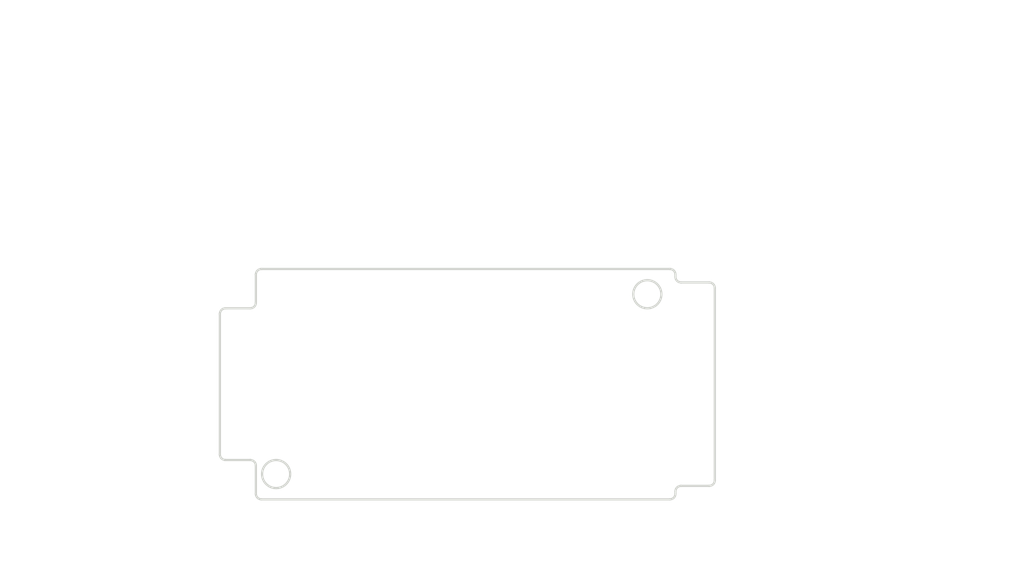
<source format=kicad_pcb>
(kicad_pcb (version 20171130) (host pcbnew "(5.1.0)-1")

  (general
    (thickness 1.6)
    (drawings 86)
    (tracks 0)
    (zones 0)
    (modules 0)
    (nets 1)
  )

  (page A4)
  (layers
    (0 F.Cu signal)
    (31 B.Cu signal)
    (32 B.Adhes user)
    (33 F.Adhes user)
    (34 B.Paste user)
    (35 F.Paste user)
    (36 B.SilkS user)
    (37 F.SilkS user)
    (38 B.Mask user)
    (39 F.Mask user)
    (40 Dwgs.User user)
    (41 Cmts.User user)
    (42 Eco1.User user)
    (43 Eco2.User user)
    (44 Edge.Cuts user)
    (45 Margin user)
    (46 B.CrtYd user)
    (47 F.CrtYd user)
    (48 B.Fab user)
    (49 F.Fab user)
  )

  (setup
    (last_trace_width 0.25)
    (trace_clearance 0.2)
    (zone_clearance 0.508)
    (zone_45_only no)
    (trace_min 0.2)
    (via_size 0.8)
    (via_drill 0.4)
    (via_min_size 0.4)
    (via_min_drill 0.3)
    (uvia_size 0.3)
    (uvia_drill 0.1)
    (uvias_allowed no)
    (uvia_min_size 0.2)
    (uvia_min_drill 0.1)
    (edge_width 0.05)
    (segment_width 0.2)
    (pcb_text_width 0.3)
    (pcb_text_size 1.5 1.5)
    (mod_edge_width 0.12)
    (mod_text_size 1 1)
    (mod_text_width 0.15)
    (pad_size 1.524 1.524)
    (pad_drill 0.762)
    (pad_to_mask_clearance 0.051)
    (solder_mask_min_width 0.25)
    (aux_axis_origin 0 0)
    (visible_elements FFFFFF7F)
    (pcbplotparams
      (layerselection 0x010fc_ffffffff)
      (usegerberextensions false)
      (usegerberattributes false)
      (usegerberadvancedattributes false)
      (creategerberjobfile false)
      (excludeedgelayer true)
      (linewidth 0.152400)
      (plotframeref false)
      (viasonmask false)
      (mode 1)
      (useauxorigin false)
      (hpglpennumber 1)
      (hpglpenspeed 20)
      (hpglpendiameter 15.000000)
      (psnegative false)
      (psa4output false)
      (plotreference true)
      (plotvalue true)
      (plotinvisibletext false)
      (padsonsilk false)
      (subtractmaskfromsilk false)
      (outputformat 1)
      (mirror false)
      (drillshape 1)
      (scaleselection 1)
      (outputdirectory ""))
  )

  (net 0 "")

  (net_class Default "This is the default net class."
    (clearance 0.2)
    (trace_width 0.25)
    (via_dia 0.8)
    (via_drill 0.4)
    (uvia_dia 0.3)
    (uvia_drill 0.1)
  )

  (gr_circle (center 121.790012 108.876606) (end 123.040012 108.876606) (layer Edge.Cuts) (width 0.2))
  (gr_circle (center 154.790012 92.876606) (end 156.040012 92.876606) (layer Edge.Cuts) (width 0.2))
  (gr_line (start 157.290012 91.326606) (end 157.290012 91.126606) (layer Edge.Cuts) (width 0.2))
  (gr_line (start 160.290012 91.826606) (end 157.790012 91.826606) (layer Edge.Cuts) (width 0.2))
  (gr_line (start 157.790012 109.926606) (end 160.290012 109.926606) (layer Edge.Cuts) (width 0.2))
  (gr_line (start 157.290012 110.626606) (end 157.290012 110.426606) (layer Edge.Cuts) (width 0.2))
  (gr_line (start 119.990012 108.126606) (end 119.990012 110.626606) (layer Edge.Cuts) (width 0.2))
  (gr_line (start 117.290012 107.626606) (end 119.490012 107.626606) (layer Edge.Cuts) (width 0.2))
  (gr_line (start 119.490012 94.126606) (end 117.290012 94.126606) (layer Edge.Cuts) (width 0.2))
  (gr_line (start 119.990012 91.126606) (end 119.990012 93.626606) (layer Edge.Cuts) (width 0.2))
  (gr_line (start 160.790012 109.426606) (end 160.790012 92.326606) (layer Edge.Cuts) (width 0.2))
  (gr_line (start 120.490012 111.126606) (end 156.790012 111.126606) (layer Edge.Cuts) (width 0.2))
  (gr_line (start 116.790012 94.626606) (end 116.790012 107.126606) (layer Edge.Cuts) (width 0.2))
  (gr_line (start 156.790012 90.626606) (end 120.490012 90.626606) (layer Edge.Cuts) (width 0.2))
  (gr_arc (start 156.790012 91.126606) (end 157.290012 91.126606) (angle -90) (layer Edge.Cuts) (width 0.2))
  (gr_arc (start 157.790012 91.326606) (end 157.290012 91.326606) (angle -90) (layer Edge.Cuts) (width 0.2))
  (gr_arc (start 160.290012 92.326606) (end 160.790012 92.326606) (angle -90) (layer Edge.Cuts) (width 0.2))
  (gr_arc (start 160.290012 109.426606) (end 160.290012 109.926606) (angle -90) (layer Edge.Cuts) (width 0.2))
  (gr_arc (start 157.790012 110.426606) (end 157.790012 109.926606) (angle -90) (layer Edge.Cuts) (width 0.2))
  (gr_arc (start 156.790012 110.626606) (end 156.790012 111.126606) (angle -90) (layer Edge.Cuts) (width 0.2))
  (gr_arc (start 120.490012 110.626606) (end 119.990012 110.626606) (angle -90) (layer Edge.Cuts) (width 0.2))
  (gr_arc (start 119.490012 108.126606) (end 119.990012 108.126606) (angle -90) (layer Edge.Cuts) (width 0.2))
  (gr_arc (start 117.290012 107.126606) (end 116.790012 107.126606) (angle -90) (layer Edge.Cuts) (width 0.2))
  (gr_arc (start 117.290012 94.626606) (end 117.290012 94.126606) (angle -90) (layer Edge.Cuts) (width 0.2))
  (gr_arc (start 119.490012 93.626606) (end 119.490012 94.126606) (angle -90) (layer Edge.Cuts) (width 0.2))
  (gr_arc (start 120.490012 91.126606) (end 120.490012 90.626606) (angle -90) (layer Edge.Cuts) (width 0.2))
  (gr_text [.13] (at 127.953845 87.138236) (layer Dwgs.User)
    (effects (font (size 1.7 1.53) (thickness 0.2125)))
  )
  (gr_text " 3.20" (at 127.953845 83.580221) (layer Dwgs.User)
    (effects (font (size 1.7 1.53) (thickness 0.2125)))
  )
  (gr_line (start 121.990012 85.248775) (end 124.569636 85.248775) (layer Dwgs.User) (width 0.2))
  (gr_line (start 114.790012 85.248775) (end 112.790012 85.248775) (layer Dwgs.User) (width 0.2))
  (gr_line (start 119.990012 90.126606) (end 119.990012 82.073775) (layer Dwgs.User) (width 0.2))
  (gr_line (start 116.790012 93.626606) (end 116.790012 82.073775) (layer Dwgs.User) (width 0.2))
  (gr_line (start 121.790012 108.966606) (end 121.790012 108.786606) (layer Dwgs.User) (width 0.2))
  (gr_line (start 121.700012 108.876606) (end 121.880012 108.876606) (layer Dwgs.User) (width 0.2))
  (gr_text " ∅2.50\n[∅0.10]" (at 133.395235 115.406097) (layer Dwgs.User)
    (effects (font (size 1.7 1.53) (thickness 0.2125)))
  )
  (gr_line (start 126.858366 115.406097) (end 123.782834 111.443932) (layer Dwgs.User) (width 0.2))
  (gr_line (start 128.858366 115.406097) (end 126.858366 115.406097) (layer Dwgs.User) (width 0.2))
  (gr_text [.09] (at 106.31583 86.233399) (layer Dwgs.User)
    (effects (font (size 1.7 1.53) (thickness 0.2125)))
  )
  (gr_text " 2.25" (at 106.31583 82.675963) (layer Dwgs.User)
    (effects (font (size 1.7 1.53) (thickness 0.2125)))
  )
  (gr_line (start 100.922344 84.343938) (end 102.922344 84.343938) (layer Dwgs.User) (width 0.2))
  (gr_line (start 100.922344 88.626606) (end 100.922344 84.343938) (layer Dwgs.User) (width 0.2))
  (gr_line (start 100.922344 94.876606) (end 100.922344 96.876606) (layer Dwgs.User) (width 0.2))
  (gr_line (start 153.790012 92.876606) (end 97.747344 92.876606) (layer Dwgs.User) (width 0.2))
  (gr_line (start 119.490012 90.626606) (end 97.747344 90.626606) (layer Dwgs.User) (width 0.2))
  (gr_text [.63] (at 101.270194 102.766067) (layer Dwgs.User)
    (effects (font (size 1.7 1.53) (thickness 0.2125)))
  )
  (gr_text " 16.00" (at 101.270194 99.208632) (layer Dwgs.User)
    (effects (font (size 1.7 1.53) (thickness 0.2125)))
  )
  (gr_line (start 101.270194 106.876606) (end 101.270194 104.434041) (layer Dwgs.User) (width 0.2))
  (gr_line (start 101.270194 94.876606) (end 101.270194 97.319171) (layer Dwgs.User) (width 0.2))
  (gr_line (start 120.790012 108.876606) (end 98.095194 108.876606) (layer Dwgs.User) (width 0.2))
  (gr_line (start 153.790012 92.876606) (end 98.095194 92.876606) (layer Dwgs.User) (width 0.2))
  (gr_text [1.50] (at 148.219547 81.680104) (layer Dwgs.User)
    (effects (font (size 1.7 1.53) (thickness 0.2125)))
  )
  (gr_text " 38.00" (at 148.219547 78.122089) (layer Dwgs.User)
    (effects (font (size 1.7 1.53) (thickness 0.2125)))
  )
  (gr_line (start 118.790012 79.790643) (end 144.174935 79.790643) (layer Dwgs.User) (width 0.2))
  (gr_line (start 152.790012 79.790643) (end 152.264158 79.790643) (layer Dwgs.User) (width 0.2))
  (gr_line (start 116.790012 93.626606) (end 116.790012 76.615643) (layer Dwgs.User) (width 0.2))
  (gr_line (start 154.790012 91.876606) (end 154.790012 76.615643) (layer Dwgs.User) (width 0.2))
  (gr_text [.53] (at 111.711283 103.194767) (layer Dwgs.User)
    (effects (font (size 1.7 1.53) (thickness 0.2125)))
  )
  (gr_text " 13.50" (at 111.711283 99.636752) (layer Dwgs.User)
    (effects (font (size 1.7 1.53) (thickness 0.2125)))
  )
  (gr_line (start 111.711283 105.626606) (end 111.711283 104.863321) (layer Dwgs.User) (width 0.2))
  (gr_line (start 111.711283 96.126606) (end 111.711283 97.74729) (layer Dwgs.User) (width 0.2))
  (gr_line (start 116.290012 107.626606) (end 108.536283 107.626606) (layer Dwgs.User) (width 0.2))
  (gr_line (start 116.290012 94.126606) (end 108.536283 94.126606) (layer Dwgs.User) (width 0.2))
  (gr_text [.71] (at 176.563438 99.697622) (layer Dwgs.User)
    (effects (font (size 1.7 1.53) (thickness 0.2125)))
  )
  (gr_text " 18.10" (at 176.563438 96.140187) (layer Dwgs.User)
    (effects (font (size 1.7 1.53) (thickness 0.2125)))
  )
  (gr_line (start 176.563438 107.926606) (end 176.563438 101.365596) (layer Dwgs.User) (width 0.2))
  (gr_line (start 176.563438 93.826606) (end 176.563438 94.250726) (layer Dwgs.User) (width 0.2))
  (gr_line (start 161.290012 109.926606) (end 179.738438 109.926606) (layer Dwgs.User) (width 0.2))
  (gr_line (start 161.290012 91.826606) (end 179.738438 91.826606) (layer Dwgs.User) (width 0.2))
  (gr_text [.81] (at 184.257286 100.266067) (layer Dwgs.User)
    (effects (font (size 1.7 1.53) (thickness 0.2125)))
  )
  (gr_text " 20.50" (at 184.257286 96.708632) (layer Dwgs.User)
    (effects (font (size 1.7 1.53) (thickness 0.2125)))
  )
  (gr_line (start 184.257286 109.126606) (end 184.257286 101.934041) (layer Dwgs.User) (width 0.2))
  (gr_line (start 184.257286 92.626606) (end 184.257286 94.819171) (layer Dwgs.User) (width 0.2))
  (gr_line (start 157.790012 111.126606) (end 187.432286 111.126606) (layer Dwgs.User) (width 0.2))
  (gr_line (start 157.790012 90.626606) (end 187.432286 90.626606) (layer Dwgs.User) (width 0.2))
  (gr_text [1.47] (at 141.748216 76.893146) (layer Dwgs.User)
    (effects (font (size 1.7 1.53) (thickness 0.2125)))
  )
  (gr_text " 37.30" (at 141.748216 73.335131) (layer Dwgs.User)
    (effects (font (size 1.7 1.53) (thickness 0.2125)))
  )
  (gr_line (start 121.990012 75.003685) (end 137.703605 75.003685) (layer Dwgs.User) (width 0.2))
  (gr_line (start 155.290012 75.003685) (end 145.792828 75.003685) (layer Dwgs.User) (width 0.2))
  (gr_line (start 119.990012 90.126606) (end 119.990012 71.828685) (layer Dwgs.User) (width 0.2))
  (gr_line (start 157.290012 90.126606) (end 157.290012 71.828685) (layer Dwgs.User) (width 0.2))
  (gr_text [1.73] (at 150.850199 71.860702) (layer Dwgs.User)
    (effects (font (size 1.7 1.53) (thickness 0.2125)))
  )
  (gr_text " 44.00" (at 150.850199 68.303267) (layer Dwgs.User)
    (effects (font (size 1.7 1.53) (thickness 0.2125)))
  )
  (gr_line (start 118.790012 69.971241) (end 146.805587 69.971241) (layer Dwgs.User) (width 0.2))
  (gr_line (start 158.790012 69.971241) (end 154.89481 69.971241) (layer Dwgs.User) (width 0.2))
  (gr_line (start 116.790012 93.626606) (end 116.790012 66.796241) (layer Dwgs.User) (width 0.2))
  (gr_line (start 160.790012 91.326606) (end 160.790012 66.796241) (layer Dwgs.User) (width 0.2))

)

</source>
